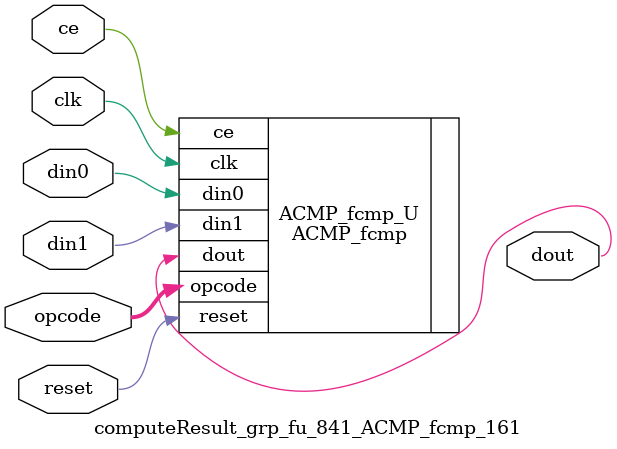
<source format=v>

`timescale 1 ns / 1 ps
module computeResult_grp_fu_841_ACMP_fcmp_161(
    clk,
    reset,
    ce,
    din0,
    din1,
    opcode,
    dout);

parameter ID = 32'd1;
parameter NUM_STAGE = 32'd1;
parameter din0_WIDTH = 32'd1;
parameter din1_WIDTH = 32'd1;
parameter dout_WIDTH = 32'd1;
input clk;
input reset;
input ce;
input[din0_WIDTH - 1:0] din0;
input[din1_WIDTH - 1:0] din1;
input[5 - 1:0] opcode;
output[dout_WIDTH - 1:0] dout;



ACMP_fcmp #(
.ID( ID ),
.NUM_STAGE( 3 ),
.din0_WIDTH( din0_WIDTH ),
.din1_WIDTH( din1_WIDTH ),
.dout_WIDTH( dout_WIDTH ))
ACMP_fcmp_U(
    .clk( clk ),
    .reset( reset ),
    .ce( ce ),
    .din0( din0 ),
    .din1( din1 ),
    .dout( dout ),
    .opcode( opcode ));

endmodule

</source>
